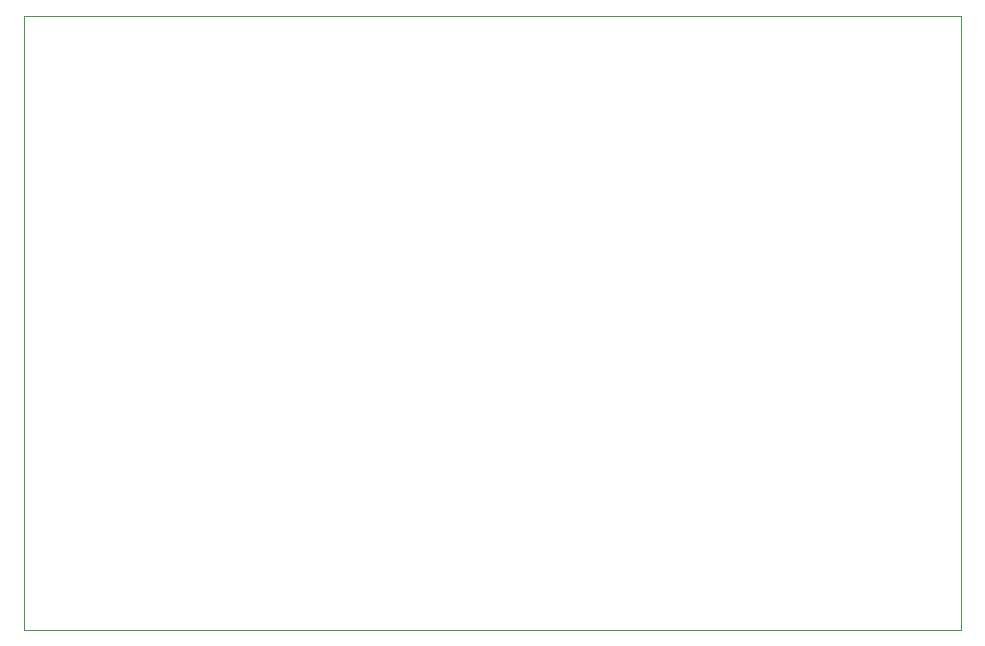
<source format=gbr>
%TF.GenerationSoftware,KiCad,Pcbnew,7.0.0-rc1-unknown-00d77f624a~164~ubuntu22.04.1*%
%TF.CreationDate,2023-01-15T10:56:32+01:00*%
%TF.ProjectId,lora-nano,6c6f7261-2d6e-4616-9e6f-2e6b69636164,rev?*%
%TF.SameCoordinates,Original*%
%TF.FileFunction,Profile,NP*%
%FSLAX46Y46*%
G04 Gerber Fmt 4.6, Leading zero omitted, Abs format (unit mm)*
G04 Created by KiCad (PCBNEW 7.0.0-rc1-unknown-00d77f624a~164~ubuntu22.04.1) date 2023-01-15 10:56:32*
%MOMM*%
%LPD*%
G01*
G04 APERTURE LIST*
%TA.AperFunction,Profile*%
%ADD10C,0.100000*%
%TD*%
G04 APERTURE END LIST*
D10*
X109700000Y-73300000D02*
X189000000Y-73300000D01*
X189000000Y-73300000D02*
X189000000Y-125300000D01*
X189000000Y-125300000D02*
X109700000Y-125300000D01*
X109700000Y-125300000D02*
X109700000Y-73300000D01*
M02*

</source>
